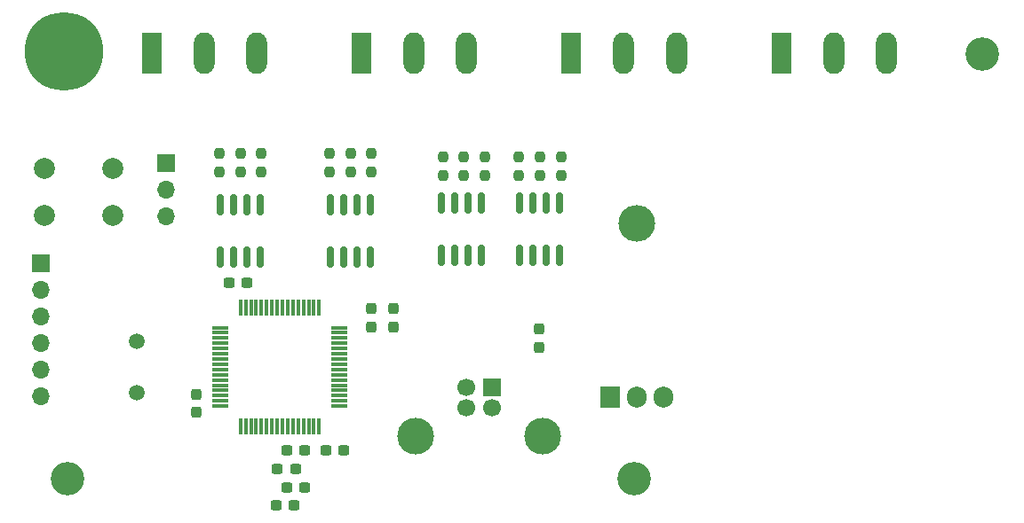
<source format=gts>
G04 #@! TF.GenerationSoftware,KiCad,Pcbnew,(6.0.1)*
G04 #@! TF.CreationDate,2022-08-11T12:27:20+02:00*
G04 #@! TF.ProjectId,DMX,444d582e-6b69-4636-9164-5f7063625858,rev?*
G04 #@! TF.SameCoordinates,Original*
G04 #@! TF.FileFunction,Soldermask,Top*
G04 #@! TF.FilePolarity,Negative*
%FSLAX46Y46*%
G04 Gerber Fmt 4.6, Leading zero omitted, Abs format (unit mm)*
G04 Created by KiCad (PCBNEW (6.0.1)) date 2022-08-11 12:27:20*
%MOMM*%
%LPD*%
G01*
G04 APERTURE LIST*
G04 Aperture macros list*
%AMRoundRect*
0 Rectangle with rounded corners*
0 $1 Rounding radius*
0 $2 $3 $4 $5 $6 $7 $8 $9 X,Y pos of 4 corners*
0 Add a 4 corners polygon primitive as box body*
4,1,4,$2,$3,$4,$5,$6,$7,$8,$9,$2,$3,0*
0 Add four circle primitives for the rounded corners*
1,1,$1+$1,$2,$3*
1,1,$1+$1,$4,$5*
1,1,$1+$1,$6,$7*
1,1,$1+$1,$8,$9*
0 Add four rect primitives between the rounded corners*
20,1,$1+$1,$2,$3,$4,$5,0*
20,1,$1+$1,$4,$5,$6,$7,0*
20,1,$1+$1,$6,$7,$8,$9,0*
20,1,$1+$1,$8,$9,$2,$3,0*%
G04 Aperture macros list end*
%ADD10RoundRect,0.237500X-0.237500X0.250000X-0.237500X-0.250000X0.237500X-0.250000X0.237500X0.250000X0*%
%ADD11RoundRect,0.237500X0.237500X-0.250000X0.237500X0.250000X-0.237500X0.250000X-0.237500X-0.250000X0*%
%ADD12R,1.980000X3.960000*%
%ADD13O,1.980000X3.960000*%
%ADD14RoundRect,0.237500X0.237500X-0.300000X0.237500X0.300000X-0.237500X0.300000X-0.237500X-0.300000X0*%
%ADD15RoundRect,0.237500X-0.300000X-0.237500X0.300000X-0.237500X0.300000X0.237500X-0.300000X0.237500X0*%
%ADD16R,1.700000X1.700000*%
%ADD17O,1.700000X1.700000*%
%ADD18C,3.200000*%
%ADD19C,1.700000*%
%ADD20C,3.500000*%
%ADD21C,2.000000*%
%ADD22RoundRect,0.237500X0.300000X0.237500X-0.300000X0.237500X-0.300000X-0.237500X0.300000X-0.237500X0*%
%ADD23RoundRect,0.150000X0.150000X-0.825000X0.150000X0.825000X-0.150000X0.825000X-0.150000X-0.825000X0*%
%ADD24RoundRect,0.075000X-0.700000X-0.075000X0.700000X-0.075000X0.700000X0.075000X-0.700000X0.075000X0*%
%ADD25RoundRect,0.075000X-0.075000X-0.700000X0.075000X-0.700000X0.075000X0.700000X-0.075000X0.700000X0*%
%ADD26C,1.500000*%
%ADD27RoundRect,0.237500X-0.237500X0.300000X-0.237500X-0.300000X0.237500X-0.300000X0.237500X0.300000X0*%
%ADD28O,3.500000X3.500000*%
%ADD29R,1.905000X2.000000*%
%ADD30O,1.905000X2.000000*%
%ADD31C,7.500000*%
G04 APERTURE END LIST*
D10*
X74550000Y-92437500D03*
X74550000Y-94262500D03*
D11*
X61750000Y-93912500D03*
X61750000Y-92087500D03*
D12*
X104800000Y-82500000D03*
D13*
X109800000Y-82500000D03*
X114800000Y-82500000D03*
D12*
X84800000Y-82500000D03*
D13*
X89800000Y-82500000D03*
X94800000Y-82500000D03*
D12*
X64800000Y-82500000D03*
D13*
X69800000Y-82500000D03*
X74800000Y-82500000D03*
D14*
X65750000Y-108662500D03*
X65750000Y-106937500D03*
D15*
X57637500Y-120500000D03*
X59362500Y-120500000D03*
D11*
X65750000Y-93912500D03*
X65750000Y-92087500D03*
D16*
X34200000Y-102650000D03*
D17*
X34200000Y-105190000D03*
X34200000Y-107730000D03*
X34200000Y-110270000D03*
X34200000Y-112810000D03*
X34200000Y-115350000D03*
D12*
X44800000Y-82500000D03*
D13*
X49800000Y-82500000D03*
X54800000Y-82500000D03*
D14*
X67800000Y-108662500D03*
X67800000Y-106937500D03*
D18*
X36800000Y-123200000D03*
D16*
X77250000Y-114422500D03*
D19*
X74750000Y-114422500D03*
X74750000Y-116422500D03*
X77250000Y-116422500D03*
D20*
X82020000Y-119132500D03*
X69980000Y-119132500D03*
D11*
X81800000Y-94262500D03*
X81800000Y-92437500D03*
D21*
X34550000Y-93550000D03*
X41050000Y-93550000D03*
X34550000Y-98050000D03*
X41050000Y-98050000D03*
D22*
X53862500Y-104500000D03*
X52137500Y-104500000D03*
D14*
X81750000Y-110612500D03*
X81750000Y-108887500D03*
D23*
X72395000Y-101825000D03*
X73665000Y-101825000D03*
X74935000Y-101825000D03*
X76205000Y-101825000D03*
X76205000Y-96875000D03*
X74935000Y-96875000D03*
X73665000Y-96875000D03*
X72395000Y-96875000D03*
D18*
X90800000Y-123200000D03*
D24*
X51325000Y-108750000D03*
X51325000Y-109250000D03*
X51325000Y-109750000D03*
X51325000Y-110250000D03*
X51325000Y-110750000D03*
X51325000Y-111250000D03*
X51325000Y-111750000D03*
X51325000Y-112250000D03*
X51325000Y-112750000D03*
X51325000Y-113250000D03*
X51325000Y-113750000D03*
X51325000Y-114250000D03*
X51325000Y-114750000D03*
X51325000Y-115250000D03*
X51325000Y-115750000D03*
X51325000Y-116250000D03*
D25*
X53250000Y-118175000D03*
X53750000Y-118175000D03*
X54250000Y-118175000D03*
X54750000Y-118175000D03*
X55250000Y-118175000D03*
X55750000Y-118175000D03*
X56250000Y-118175000D03*
X56750000Y-118175000D03*
X57250000Y-118175000D03*
X57750000Y-118175000D03*
X58250000Y-118175000D03*
X58750000Y-118175000D03*
X59250000Y-118175000D03*
X59750000Y-118175000D03*
X60250000Y-118175000D03*
X60750000Y-118175000D03*
D24*
X62675000Y-116250000D03*
X62675000Y-115750000D03*
X62675000Y-115250000D03*
X62675000Y-114750000D03*
X62675000Y-114250000D03*
X62675000Y-113750000D03*
X62675000Y-113250000D03*
X62675000Y-112750000D03*
X62675000Y-112250000D03*
X62675000Y-111750000D03*
X62675000Y-111250000D03*
X62675000Y-110750000D03*
X62675000Y-110250000D03*
X62675000Y-109750000D03*
X62675000Y-109250000D03*
X62675000Y-108750000D03*
D25*
X60750000Y-106825000D03*
X60250000Y-106825000D03*
X59750000Y-106825000D03*
X59250000Y-106825000D03*
X58750000Y-106825000D03*
X58250000Y-106825000D03*
X57750000Y-106825000D03*
X57250000Y-106825000D03*
X56750000Y-106825000D03*
X56250000Y-106825000D03*
X55750000Y-106825000D03*
X55250000Y-106825000D03*
X54750000Y-106825000D03*
X54250000Y-106825000D03*
X53750000Y-106825000D03*
X53250000Y-106825000D03*
D15*
X61387500Y-120500000D03*
X63112500Y-120500000D03*
D10*
X55250000Y-92087500D03*
X55250000Y-93912500D03*
D22*
X58499266Y-122230094D03*
X56774266Y-122230094D03*
D11*
X63750000Y-93912500D03*
X63750000Y-92087500D03*
D22*
X58362500Y-125750000D03*
X56637500Y-125750000D03*
D11*
X79800000Y-94262500D03*
X79800000Y-92437500D03*
D23*
X61845000Y-101975000D03*
X63115000Y-101975000D03*
X64385000Y-101975000D03*
X65655000Y-101975000D03*
X65655000Y-97025000D03*
X64385000Y-97025000D03*
X63115000Y-97025000D03*
X61845000Y-97025000D03*
D26*
X43400000Y-110050000D03*
X43400000Y-114950000D03*
D10*
X83800000Y-92437500D03*
X83800000Y-94262500D03*
D11*
X72550000Y-94262500D03*
X72550000Y-92437500D03*
X51250000Y-93912500D03*
X51250000Y-92087500D03*
D27*
X49000000Y-115137500D03*
X49000000Y-116862500D03*
D15*
X57637500Y-124000000D03*
X59362500Y-124000000D03*
D10*
X76550000Y-92437500D03*
X76550000Y-94262500D03*
D23*
X79895000Y-101825000D03*
X81165000Y-101825000D03*
X82435000Y-101825000D03*
X83705000Y-101825000D03*
X83705000Y-96875000D03*
X82435000Y-96875000D03*
X81165000Y-96875000D03*
X79895000Y-96875000D03*
X51345000Y-101975000D03*
X52615000Y-101975000D03*
X53885000Y-101975000D03*
X55155000Y-101975000D03*
X55155000Y-97025000D03*
X53885000Y-97025000D03*
X52615000Y-97025000D03*
X51345000Y-97025000D03*
D11*
X53250000Y-93912500D03*
X53250000Y-92087500D03*
D28*
X91000000Y-98770000D03*
D29*
X88460000Y-115430000D03*
D30*
X91000000Y-115430000D03*
X93540000Y-115430000D03*
D16*
X46200000Y-93075000D03*
D17*
X46200000Y-95615000D03*
X46200000Y-98155000D03*
D18*
X124000000Y-82600000D03*
D31*
X36400000Y-82400000D03*
M02*

</source>
